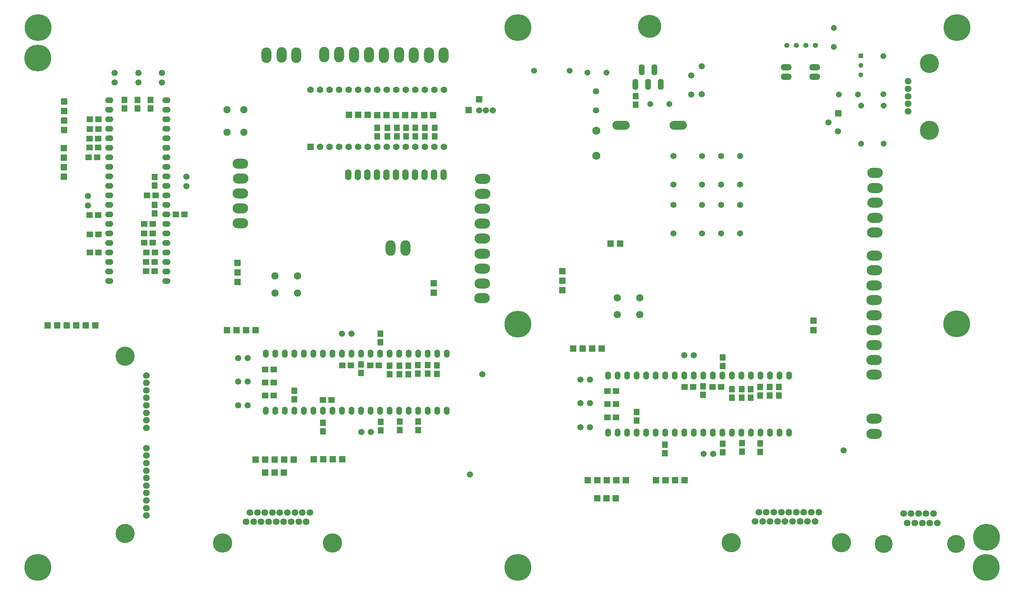
<source format=gbr>
G04 EasyPC Gerber Version 21.0.3 Build 4286 *
G04 #@! TF.Part,Single*
G04 #@! TF.FileFunction,Soldermask,Bot *
G04 #@! TF.FilePolarity,Negative *
%FSLAX35Y35*%
%MOIN*%
G04 #@! TA.AperFunction,ComponentPad*
%ADD109O,0.06100X0.08600*%
%ADD106O,0.06143X0.11687*%
G04 #@! TA.AperFunction,WasherPad*
%ADD100O,0.06600X0.11600*%
%ADD99O,0.10443X0.16348*%
G04 #@! TA.AperFunction,SMDPad*
%ADD107R,0.06100X0.06600*%
G04 #@! TA.AperFunction,ComponentPad*
%ADD117R,0.05128X0.05128*%
G04 #@! TA.AperFunction,WasherPad*
%ADD93R,0.06600X0.06600*%
G04 #@! TA.AperFunction,ComponentPad*
%ADD111R,0.06962X0.06962*%
%ADD118C,0.05128*%
%ADD116C,0.05364*%
%ADD105C,0.06143*%
%ADD115C,0.06506*%
%ADD119C,0.06545*%
G04 #@! TA.AperFunction,WasherPad*
%ADD94C,0.06600*%
G04 #@! TA.AperFunction,ComponentPad*
%ADD112C,0.06962*%
G04 #@! TA.AperFunction,WasherPad*
%ADD97C,0.07096*%
G04 #@! TA.AperFunction,ComponentPad*
%ADD113C,0.07600*%
G04 #@! TA.AperFunction,WasherPad*
%ADD101C,0.08474*%
G04 #@! TA.AperFunction,ComponentPad*
%ADD102C,0.18907*%
G04 #@! TA.AperFunction,WasherPad*
%ADD98C,0.20088*%
G04 #@! TA.AperFunction,ComponentPad*
%ADD103C,0.20285*%
G04 #@! TA.AperFunction,WasherPad*
%ADD95C,0.24222*%
G04 #@! TA.AperFunction,ComponentPad*
%ADD114O,0.08600X0.06100*%
G04 #@! TA.AperFunction,WasherPad*
%ADD92O,0.11600X0.06600*%
G04 #@! TA.AperFunction,ComponentPad*
%ADD104O,0.18300X0.09450*%
G04 #@! TA.AperFunction,WasherPad*
%ADD96O,0.16348X0.10443*%
%ADD91C,0.28159*%
G04 #@! TA.AperFunction,ComponentPad*
%AMT108*0 Octagon Pad at angle 0*4,1,8,-0.01200,-0.02900,0.01200,-0.02900,0.02900,-0.01200,0.02900,0.01200,0.01200,0.02900,-0.01200,0.02900,-0.02900,0.01200,-0.02900,-0.01200,-0.01200,-0.02900,0*%
%ADD108T108*%
G04 #@! TA.AperFunction,SMDPad*
%ADD110R,0.06600X0.06100*%
X0Y0D02*
D02*
D91*
X18656Y18557D03*
Y553990D03*
X18951Y585880D03*
X522494Y274364D03*
X522593Y18557D03*
X522789Y585880D03*
X983222Y274463D03*
X983518Y585880D03*
X1014423Y18557D03*
X1014522Y50152D03*
D02*
D92*
X804364Y534207D03*
Y544207D03*
X834364Y534207D03*
Y544207D03*
D02*
D93*
X28872Y272770D03*
X38872D03*
X46018Y429207D03*
Y439207D03*
Y449207D03*
Y459207D03*
X46411Y478400D03*
Y488400D03*
Y498400D03*
Y508400D03*
X48872Y272770D03*
X58872D03*
X68872D03*
X78872D03*
X217179Y267967D03*
X227179D03*
X228301Y318439D03*
Y328439D03*
Y338439D03*
X237179Y267967D03*
X247179D03*
X247317Y131963D03*
X257317D03*
X257435Y118360D03*
X267179D03*
X267317Y131963D03*
X276923Y118360D03*
X277317Y131963D03*
X287317D03*
X308222Y132238D03*
X318222D03*
X328222D03*
X338222D03*
X345329Y494148D03*
X355073D03*
X365112D03*
X374955Y493951D03*
X384699D03*
X394738D03*
X404384Y493852D03*
X414128D03*
X424167D03*
X433715D03*
X434404Y307376D03*
Y317376D03*
X471018Y499364D03*
X481844Y510585D03*
X569344Y310073D03*
Y320073D03*
Y330073D03*
X580762Y248675D03*
X590762D03*
X595841Y110289D03*
X600762Y248675D03*
X605841Y110289D03*
X605959Y91392D03*
X610762Y248675D03*
X615703Y91392D03*
X615841Y110289D03*
X620132Y358911D03*
X625447Y91392D03*
X625841Y110289D03*
X630132Y358911D03*
X635841Y110289D03*
X667474Y110388D03*
X677474D03*
X687474D03*
X697474D03*
X832927Y267907D03*
Y277907D03*
X858911Y495919D03*
D02*
D94*
X71215Y398970D03*
Y408970D03*
X99167Y528301D03*
Y538301D03*
X124364Y528301D03*
Y538301D03*
X149069Y528301D03*
Y538301D03*
X174659Y419344D03*
Y429344D03*
X229128Y188833D03*
Y214030D03*
Y238734D03*
X239128Y188833D03*
Y214030D03*
Y238734D03*
X338085Y264325D03*
X348085D03*
X358459Y160880D03*
X368459D03*
X472396Y116293D03*
X485191Y221707D03*
X588380Y165998D03*
Y191195D03*
Y215900D03*
X598380Y165998D03*
Y191195D03*
Y215900D03*
X604482Y498872D03*
Y518872D03*
X697337Y241490D03*
X704561Y515683D03*
Y535683D03*
X707337Y241490D03*
X715703Y515801D03*
Y545329D03*
X717711Y138045D03*
X727711D03*
X848616Y486116D03*
X858616Y477022D03*
X864719Y141589D03*
D02*
D95*
X661035Y587159D03*
D02*
D96*
X231156Y380270D03*
X231352Y395821D03*
Y411569D03*
Y443065D03*
X231549Y427120D03*
X484994Y301431D03*
X485191Y316982D03*
Y332730D03*
Y364226D03*
X485388Y348281D03*
Y379935D03*
Y395526D03*
X485585Y411274D03*
Y426825D03*
X896510Y174856D03*
X896608Y236470D03*
Y252219D03*
Y283715D03*
X896707Y158911D03*
Y221215D03*
X896805Y267770D03*
Y299423D03*
Y315014D03*
X897002Y330762D03*
Y346313D03*
X897396Y370526D03*
X897593Y386077D03*
Y401825D03*
Y433321D03*
X897789Y417376D03*
D02*
D97*
X132711Y73163D03*
Y81037D03*
Y88911D03*
Y96785D03*
Y104659D03*
Y112533D03*
Y120407D03*
Y128281D03*
Y136156D03*
Y144030D03*
Y165289D03*
Y173163D03*
Y181037D03*
Y188911D03*
Y196785D03*
Y204659D03*
Y212533D03*
Y220407D03*
X237356Y66490D03*
X241293Y76333D03*
X245230Y66490D03*
X249167Y76333D03*
X253104Y66490D03*
X257041Y76333D03*
X260978Y66490D03*
X264915Y76333D03*
X268852Y66490D03*
X272789Y76333D03*
X276726Y66490D03*
X280663Y76333D03*
X284600Y66490D03*
X288537Y76333D03*
X292474Y66490D03*
X296411Y76333D03*
X300348Y66490D03*
X304285Y76333D03*
X771608Y66785D03*
X775545Y76628D03*
X779482Y66785D03*
X783419Y76628D03*
X787356Y66785D03*
X791293Y76628D03*
X795230Y66785D03*
X799167Y76628D03*
X803104Y66785D03*
X807041Y76628D03*
X810978Y66785D03*
X814915Y76628D03*
X818852Y66785D03*
X822789Y76628D03*
X826726Y66785D03*
X830663Y76628D03*
X834600Y66785D03*
X838537Y76628D03*
X927514Y75250D03*
X931451Y65407D03*
X932337Y497986D03*
Y505860D03*
Y513734D03*
Y521608D03*
Y529482D03*
X935388Y75250D03*
X939325Y65407D03*
X943262Y75250D03*
X947199Y65407D03*
X951136Y75250D03*
X955073Y65407D03*
X959010Y75250D03*
X962947Y65407D03*
D02*
D98*
X110467Y54266D03*
Y240486D03*
X954581Y477907D03*
Y548380D03*
D02*
D99*
X258616Y556943D03*
X274561Y557140D03*
X290112Y556943D03*
X319305Y557435D03*
X334856D03*
X350604Y557238D03*
X366195D03*
X381904Y557041D03*
X388931Y354187D03*
X397848Y557238D03*
X404522Y354187D03*
X413400Y557041D03*
X429148D03*
X444699Y556844D03*
D02*
D100*
X344738Y431215D03*
X354738D03*
X364738D03*
X374738D03*
X384738D03*
X394738D03*
X404738D03*
X414738D03*
X424738D03*
X434738D03*
X444738D03*
D02*
D101*
X604974Y451333D03*
Y477612D03*
D02*
D102*
X906648Y43163D03*
X982632D03*
D02*
D103*
X212553Y44246D03*
X327907D03*
X746805Y44541D03*
X862159D03*
D02*
D104*
X631077Y483222D03*
X691077D03*
D02*
D105*
X539719Y540558D03*
X577120D03*
D02*
D106*
X646018Y526385D03*
X652711Y541739D03*
X659404Y526385D03*
X666096Y541739D03*
X672789Y526385D03*
D02*
D107*
X109502Y501065D03*
Y510065D03*
X123380Y501065D03*
Y510065D03*
X137061Y501065D03*
Y510065D03*
X141293Y390632D03*
Y399632D03*
Y420061D03*
Y429061D03*
X287848Y195356D03*
Y204356D03*
X317868Y161498D03*
Y170498D03*
X357829Y222817D03*
Y231817D03*
X375053Y471636D03*
Y480636D03*
X378203Y255199D03*
Y264199D03*
X378498Y162581D03*
Y171581D03*
X385486Y471636D03*
Y480636D03*
X387947Y221636D03*
Y230636D03*
X395722Y471636D03*
Y480636D03*
X398183Y221636D03*
Y230636D03*
X398675Y162974D03*
Y171974D03*
X405368Y471636D03*
Y480636D03*
X407632Y221636D03*
Y230636D03*
X415112Y471636D03*
Y480636D03*
X417770Y222226D03*
Y231226D03*
X417868Y162876D03*
Y171876D03*
X425053Y471636D03*
Y480636D03*
X427809Y222128D03*
Y231128D03*
X435289Y471636D03*
Y480636D03*
X437553Y221931D03*
Y230931D03*
X646271Y505002D03*
Y514002D03*
X647396Y172915D03*
Y181915D03*
X677120Y138663D03*
Y147663D03*
X717081Y199982D03*
Y208982D03*
X737553Y230396D03*
Y239396D03*
X737750Y139746D03*
Y148746D03*
X747297Y196833D03*
Y205833D03*
X757533Y196833D03*
Y205833D03*
X757927Y140140D03*
Y149140D03*
X766982Y196833D03*
Y205833D03*
X777022Y199392D03*
Y208392D03*
X777120Y140041D03*
Y149041D03*
X787061Y199293D03*
Y208293D03*
X796805Y199096D03*
Y208096D03*
D02*
D108*
X595565Y538636D03*
X615565D03*
X661805Y505663D03*
X681805D03*
X854187Y565447D03*
Y585447D03*
X859640Y515506D03*
X879640D03*
X882829Y463813D03*
Y503813D03*
X906451Y515978D03*
Y555978D03*
X906648Y463813D03*
Y503813D03*
D02*
D109*
X257907Y183144D03*
Y243144D03*
X267907Y183144D03*
Y243144D03*
X277907Y183144D03*
Y243144D03*
X287907Y183144D03*
Y243144D03*
X297907Y183144D03*
Y243144D03*
X307907Y183144D03*
Y243144D03*
X317907Y183144D03*
Y243144D03*
X327907Y183144D03*
Y243144D03*
X337907Y183144D03*
Y243144D03*
X347907Y183144D03*
Y243144D03*
X357907Y183144D03*
Y243144D03*
X367907Y183144D03*
Y243144D03*
X377907Y183144D03*
Y243144D03*
X387907Y183144D03*
Y243144D03*
X397907Y183144D03*
Y243144D03*
X407907Y183144D03*
Y243144D03*
X417907Y183144D03*
Y243144D03*
X427907Y183144D03*
Y243144D03*
X437907Y183144D03*
Y243144D03*
X447907Y183144D03*
Y243144D03*
X617159Y160309D03*
Y220309D03*
X627159Y160309D03*
Y220309D03*
X637159Y160309D03*
Y220309D03*
X647159Y160309D03*
Y220309D03*
X657159Y160309D03*
Y220309D03*
X667159Y160309D03*
Y220309D03*
X677159Y160309D03*
Y220309D03*
X687159Y160309D03*
Y220309D03*
X697159Y160309D03*
Y220309D03*
X707159Y160309D03*
Y220309D03*
X717159Y160309D03*
Y220309D03*
X727159Y160309D03*
Y220309D03*
X737159Y160309D03*
Y220309D03*
X747159Y160309D03*
Y220309D03*
X757159Y160309D03*
Y220309D03*
X767159Y160309D03*
Y220309D03*
X777159Y160309D03*
Y220309D03*
X787159Y160309D03*
Y220309D03*
X797159Y160309D03*
Y220309D03*
X807159Y160309D03*
Y220309D03*
D02*
D110*
X71833Y449561D03*
X72817Y459896D03*
X72915Y388931D03*
Y469344D03*
X73211Y349561D03*
Y479384D03*
Y489620D03*
X73309Y368754D03*
X80833Y449561D03*
X81817Y459896D03*
X81915Y388931D03*
Y469344D03*
X82211Y349561D03*
Y479384D03*
Y489620D03*
X82309Y368754D03*
X130199Y359994D03*
Y369443D03*
Y379679D03*
X132266Y329876D03*
X132463Y339620D03*
X132561Y349659D03*
X133152Y409600D03*
X139199Y359994D03*
Y369443D03*
Y379679D03*
X141266Y329876D03*
X141463Y339620D03*
X141561Y349659D03*
X142152Y409600D03*
X163762Y389423D03*
X172762D03*
X257364Y199167D03*
Y213045D03*
Y226726D03*
X266364Y199167D03*
Y213045D03*
Y226726D03*
X317994Y194541D03*
X326994D03*
X338368Y230959D03*
X347368D03*
X367797D03*
X376797D03*
X616616Y176333D03*
Y190211D03*
Y203892D03*
X625616Y176333D03*
Y190211D03*
Y203892D03*
X697620Y208124D03*
X706620D03*
X727049D03*
X736049D03*
D02*
D111*
X304856Y460604D03*
D02*
D112*
Y520604D03*
X314856Y460604D03*
Y520604D03*
X324856Y460604D03*
Y520604D03*
X334856Y460604D03*
Y520604D03*
X344856Y460604D03*
Y520604D03*
X354856Y460604D03*
Y520604D03*
X364856Y460604D03*
Y520604D03*
X374856Y460604D03*
Y520604D03*
X384856Y460604D03*
Y520604D03*
X394856Y460604D03*
Y520604D03*
X404856Y460604D03*
Y520604D03*
X414856Y460604D03*
Y520604D03*
X424856Y460604D03*
Y520604D03*
X434856Y460604D03*
Y520604D03*
X444856Y460604D03*
Y520604D03*
D02*
D113*
X217376Y476037D03*
Y499659D03*
X235093Y476037D03*
Y499659D03*
X267770Y307041D03*
Y324758D03*
X291392Y307041D03*
Y324758D03*
X627022Y284207D03*
Y301923D03*
X650644Y284207D03*
Y301923D03*
D02*
D114*
X93478Y319522D03*
Y329522D03*
Y339522D03*
Y349522D03*
Y359522D03*
Y369522D03*
Y379522D03*
Y389522D03*
Y399522D03*
Y409522D03*
Y419522D03*
Y429522D03*
Y439522D03*
Y449522D03*
Y459522D03*
Y469522D03*
Y479522D03*
Y489522D03*
Y499522D03*
Y509522D03*
X153478Y319522D03*
Y329522D03*
Y339522D03*
Y349522D03*
Y359522D03*
Y369522D03*
Y379522D03*
Y389522D03*
Y399522D03*
Y409522D03*
Y419522D03*
Y429522D03*
Y439522D03*
Y449522D03*
Y459522D03*
Y469522D03*
Y479522D03*
Y489522D03*
Y499522D03*
Y509522D03*
D02*
D115*
X685959Y420841D03*
Y450841D03*
X686057Y369463D03*
Y399463D03*
X715959Y420841D03*
Y450841D03*
X716057Y369463D03*
Y399463D03*
X735959Y420841D03*
Y450841D03*
X736057Y369463D03*
Y399463D03*
X755959Y420841D03*
Y450841D03*
X756057Y369463D03*
Y399463D03*
D02*
D116*
X804837Y567159D03*
X814837D03*
X824837D03*
X834837D03*
D02*
D117*
X882730Y556254D03*
D02*
D118*
Y536254D03*
Y546254D03*
D02*
D119*
X482041Y499069D03*
X489128D03*
X496215D03*
X0Y0D02*
M02*

</source>
